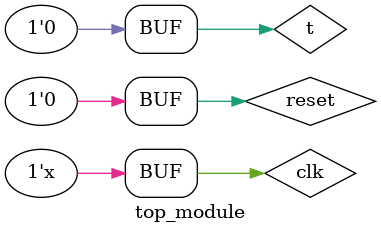
<source format=v>
module top_module ();
    reg clk,reset,t;
    wire q;
    tff dut(clk,reset,t,q);
    always #5 clk=~clk;
    initial begin 
        clk=0;reset=1;
        #10 reset=0;t=1;
        #10 t=0;
    end
endmodule

</source>
